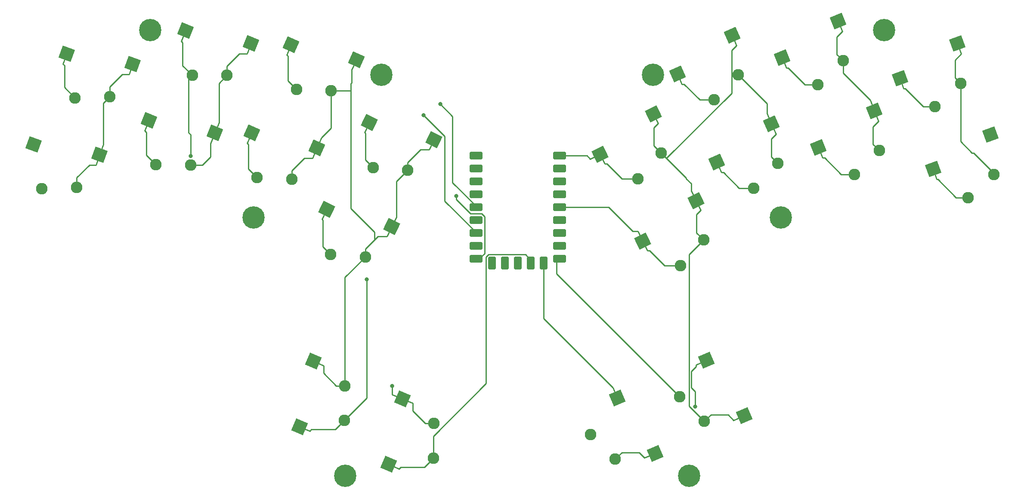
<source format=gbr>
%TF.GenerationSoftware,KiCad,Pcbnew,9.0.0*%
%TF.CreationDate,2025-02-21T22:11:59+01:00*%
%TF.ProjectId,chouchou_mx,63686f75-6368-46f7-955f-6d782e6b6963,v1.0.0*%
%TF.SameCoordinates,Original*%
%TF.FileFunction,Copper,L2,Bot*%
%TF.FilePolarity,Positive*%
%FSLAX46Y46*%
G04 Gerber Fmt 4.6, Leading zero omitted, Abs format (unit mm)*
G04 Created by KiCad (PCBNEW 9.0.0) date 2025-02-21 22:11:59*
%MOMM*%
%LPD*%
G01*
G04 APERTURE LIST*
G04 Aperture macros list*
%AMRoundRect*
0 Rectangle with rounded corners*
0 $1 Rounding radius*
0 $2 $3 $4 $5 $6 $7 $8 $9 X,Y pos of 4 corners*
0 Add a 4 corners polygon primitive as box body*
4,1,4,$2,$3,$4,$5,$6,$7,$8,$9,$2,$3,0*
0 Add four circle primitives for the rounded corners*
1,1,$1+$1,$2,$3*
1,1,$1+$1,$4,$5*
1,1,$1+$1,$6,$7*
1,1,$1+$1,$8,$9*
0 Add four rect primitives between the rounded corners*
20,1,$1+$1,$2,$3,$4,$5,0*
20,1,$1+$1,$4,$5,$6,$7,0*
20,1,$1+$1,$6,$7,$8,$9,0*
20,1,$1+$1,$8,$9,$2,$3,0*%
%AMRotRect*
0 Rectangle, with rotation*
0 The origin of the aperture is its center*
0 $1 length*
0 $2 width*
0 $3 Rotation angle, in degrees counterclockwise*
0 Add horizontal line*
21,1,$1,$2,0,0,$3*%
G04 Aperture macros list end*
%TA.AperFunction,SMDPad,CuDef*%
%ADD10RotRect,2.550000X2.500000X24.000000*%
%TD*%
%TA.AperFunction,ComponentPad*%
%ADD11C,0.700000*%
%TD*%
%TA.AperFunction,ComponentPad*%
%ADD12C,4.400000*%
%TD*%
%TA.AperFunction,SMDPad,CuDef*%
%ADD13RotRect,2.550000X2.500000X22.000000*%
%TD*%
%TA.AperFunction,SMDPad,CuDef*%
%ADD14RotRect,2.550000X2.500000X67.000000*%
%TD*%
%TA.AperFunction,SMDPad,CuDef*%
%ADD15RotRect,2.550000X2.500000X336.000000*%
%TD*%
%TA.AperFunction,ComponentPad*%
%ADD16C,2.286000*%
%TD*%
%TA.AperFunction,SMDPad,CuDef*%
%ADD17RotRect,2.550000X2.500000X334.000000*%
%TD*%
%TA.AperFunction,SMDPad,CuDef*%
%ADD18RotRect,2.550000X2.500000X26.000000*%
%TD*%
%TA.AperFunction,SMDPad,CuDef*%
%ADD19RotRect,2.550000X2.500000X340.000000*%
%TD*%
%TA.AperFunction,SMDPad,CuDef*%
%ADD20RotRect,2.550000X2.500000X293.000000*%
%TD*%
%TA.AperFunction,SMDPad,CuDef*%
%ADD21RotRect,2.550000X2.500000X338.000000*%
%TD*%
%TA.AperFunction,SMDPad,CuDef*%
%ADD22RotRect,2.550000X2.500000X20.000000*%
%TD*%
%TA.AperFunction,ComponentPad*%
%ADD23RoundRect,0.400000X-0.900000X-0.400000X0.900000X-0.400000X0.900000X0.400000X-0.900000X0.400000X0*%
%TD*%
%TA.AperFunction,ComponentPad*%
%ADD24RoundRect,0.400050X-0.899950X-0.400050X0.899950X-0.400050X0.899950X0.400050X-0.899950X0.400050X0*%
%TD*%
%TA.AperFunction,ComponentPad*%
%ADD25RoundRect,0.400000X-0.400000X-0.900000X0.400000X-0.900000X0.400000X0.900000X-0.400000X0.900000X0*%
%TD*%
%TA.AperFunction,ComponentPad*%
%ADD26RoundRect,0.393700X-0.393700X-0.906300X0.393700X-0.906300X0.393700X0.906300X-0.393700X0.906300X0*%
%TD*%
%TA.AperFunction,ViaPad*%
%ADD27C,0.800000*%
%TD*%
%TA.AperFunction,Conductor*%
%ADD28C,0.250000*%
%TD*%
G04 APERTURE END LIST*
D10*
%TO.P,S16,1*%
%TO.N,GP1*%
X157456119Y-117892824D03*
%TO.P,S16,2*%
%TO.N,GND*%
X168232410Y-110314534D03*
%TD*%
D11*
%TO.P,_1,1*%
%TO.N,N/C*%
X52217707Y-108684567D03*
X53070880Y-107753492D03*
X52272792Y-109946220D03*
X54332533Y-107698407D03*
D12*
X53768200Y-109248900D03*
D11*
X53203867Y-110799393D03*
X55263608Y-108551580D03*
X54465520Y-110744308D03*
X55318693Y-109813233D03*
%TD*%
D13*
%TO.P,S13,1*%
%TO.N,GP6*%
X185188902Y-132345941D03*
%TO.P,S13,2*%
%TO.N,GND*%
X196223107Y-125148354D03*
%TD*%
D14*
%TO.P,S9,1*%
%TO.N,GP11*%
X83143988Y-187372220D03*
%TO.P,S9,2*%
%TO.N,GND*%
X85856888Y-174480397D03*
%TD*%
D15*
%TO.P,S6,1*%
%TO.N,GP28*%
X81480242Y-112129365D03*
%TO.P,S6,2*%
%TO.N,GND*%
X94322755Y-115066845D03*
%TD*%
D16*
%TO.P,S22,1*%
%TO.N,GP26*%
X38993717Y-122606307D03*
%TO.P,S22,2*%
%TO.N,GND*%
X45829498Y-122391316D03*
%TD*%
D17*
%TO.P,S8,1*%
%TO.N,GP29*%
X96873607Y-127483804D03*
%TO.P,S8,2*%
%TO.N,GND*%
X109605780Y-130867690D03*
%TD*%
D18*
%TO.P,S17,1*%
%TO.N,GP4*%
X150622681Y-150817523D03*
%TO.P,S17,2*%
%TO.N,GND*%
X161127929Y-142867762D03*
%TD*%
D10*
%TO.P,S15,1*%
%TO.N,GP5*%
X165204419Y-135295924D03*
%TO.P,S15,2*%
%TO.N,GND*%
X175980710Y-127717634D03*
%TD*%
D16*
%TO.P,S39,1*%
%TO.N,GP8*%
X157962178Y-181489732D03*
%TO.P,S39,2*%
%TO.N,GND*%
X162781403Y-186342481D03*
%TD*%
%TO.P,S35,1*%
%TO.N,GP5*%
X172455817Y-140408522D03*
%TO.P,S35,2*%
%TO.N,GND*%
X177223719Y-135505339D03*
%TD*%
D11*
%TO.P,_4,1*%
%TO.N,N/C*%
X176297050Y-146847815D03*
X176263993Y-145585393D03*
X177213093Y-147717107D03*
X177133285Y-144669350D03*
D12*
X177804400Y-146176700D03*
D11*
X178475515Y-147684050D03*
X178395707Y-144636293D03*
X179344807Y-146768007D03*
X179311750Y-145505585D03*
%TD*%
D16*
%TO.P,S36,1*%
%TO.N,GP1*%
X164707517Y-123005422D03*
%TO.P,S36,2*%
%TO.N,GND*%
X169475419Y-118102239D03*
%TD*%
%TO.P,S25,1*%
%TO.N,GP14*%
X74784572Y-138342300D03*
%TO.P,S25,2*%
%TO.N,GND*%
X81618697Y-138604672D03*
%TD*%
%TO.P,S33,1*%
%TO.N,GP6*%
X192257455Y-137708495D03*
%TO.P,S33,2*%
%TO.N,GND*%
X197193571Y-132974696D03*
%TD*%
D19*
%TO.P,S2,1*%
%TO.N,GP26*%
X37329009Y-113891368D03*
%TO.P,S2,2*%
%TO.N,GND*%
X50345147Y-115925843D03*
%TD*%
D11*
%TO.P,_5,1*%
%TO.N,N/C*%
X97748990Y-117385588D03*
X97671895Y-118646086D03*
X98694814Y-116548795D03*
X99955312Y-116625890D03*
D12*
X99232000Y-118108900D03*
D11*
X98508688Y-119591910D03*
X99769186Y-119669005D03*
X100792105Y-117571714D03*
X100715010Y-118832212D03*
%TD*%
D19*
%TO.P,S1,1*%
%TO.N,GP12*%
X30813509Y-131792468D03*
%TO.P,S1,2*%
%TO.N,GND*%
X43829647Y-133826943D03*
%TD*%
D20*
%TO.P,S19,1*%
%TO.N,GP8*%
X163200552Y-174328666D03*
%TO.P,S19,2*%
%TO.N,GND*%
X170589616Y-185235575D03*
%TD*%
D16*
%TO.P,S29,1*%
%TO.N,GP11*%
X91934108Y-186165896D03*
%TO.P,S29,2*%
%TO.N,GND*%
X92077168Y-179328234D03*
%TD*%
D21*
%TO.P,S3,1*%
%TO.N,GP13*%
X53554103Y-127037765D03*
%TO.P,S3,2*%
%TO.N,GND*%
X66491310Y-129525258D03*
%TD*%
D16*
%TO.P,S24,1*%
%TO.N,GP27*%
X62049952Y-118142693D03*
%TO.P,S24,2*%
%TO.N,GND*%
X68889070Y-118166398D03*
%TD*%
%TO.P,S34,1*%
%TO.N,GP2*%
X185121155Y-120045695D03*
%TO.P,S34,2*%
%TO.N,GND*%
X190057271Y-115311896D03*
%TD*%
%TO.P,S21,1*%
%TO.N,GP12*%
X32478217Y-140507407D03*
%TO.P,S21,2*%
%TO.N,GND*%
X39313998Y-140292416D03*
%TD*%
%TO.P,S26,1*%
%TO.N,GP28*%
X82532972Y-120939200D03*
%TO.P,S26,2*%
%TO.N,GND*%
X89367097Y-121201572D03*
%TD*%
D22*
%TO.P,S12,1*%
%TO.N,GP3*%
X201236748Y-118737793D03*
%TO.P,S12,2*%
%TO.N,GND*%
X212515422Y-111929680D03*
%TD*%
D16*
%TO.P,S31,1*%
%TO.N,GP7*%
X214629343Y-142244870D03*
%TO.P,S31,2*%
%TO.N,GND*%
X219727660Y-137686223D03*
%TD*%
D14*
%TO.P,S10,1*%
%TO.N,GP10*%
X100679688Y-194815620D03*
%TO.P,S10,2*%
%TO.N,GND*%
X103392588Y-181923797D03*
%TD*%
D23*
%TO.P,RP2040Zero1,1*%
%TO.N,GP0*%
X134320600Y-134012600D03*
X134320600Y-134012600D03*
%TO.P,RP2040Zero1,2*%
%TO.N,GP1*%
X134320600Y-136552600D03*
X134320600Y-136552600D03*
%TO.P,RP2040Zero1,3*%
%TO.N,GP2*%
X134320600Y-139092600D03*
X134320600Y-139092600D03*
%TO.P,RP2040Zero1,4*%
%TO.N,GP3*%
X134320600Y-141632600D03*
X134320600Y-141632600D03*
%TO.P,RP2040Zero1,5*%
%TO.N,GP4*%
X134320600Y-144172600D03*
X134320600Y-144172600D03*
D24*
%TO.P,RP2040Zero1,6*%
%TO.N,GP5*%
X134320600Y-146712600D03*
X134320600Y-146712600D03*
%TO.P,RP2040Zero1,7*%
%TO.N,GP6*%
X134320600Y-149252600D03*
X134320600Y-149252600D03*
%TO.P,RP2040Zero1,8*%
%TO.N,GP7*%
X134320600Y-151792600D03*
X134320600Y-151792600D03*
%TO.P,RP2040Zero1,9*%
%TO.N,GP8*%
X134320600Y-154332600D03*
X134320600Y-154332600D03*
D25*
%TO.P,RP2040Zero1,10*%
%TO.N,GP9*%
X131180600Y-155142600D03*
X131180600Y-155142600D03*
D26*
%TO.P,RP2040Zero1,11*%
%TO.N,GP10*%
X128640600Y-155142600D03*
X128640600Y-155142600D03*
%TO.P,RP2040Zero1,12*%
%TO.N,GP11*%
X126100600Y-155142600D03*
X126100600Y-155142600D03*
%TO.P,RP2040Zero1,13*%
%TO.N,GP12*%
X123560600Y-155142600D03*
X123560600Y-155142600D03*
%TO.P,RP2040Zero1,14*%
%TO.N,GP13*%
X121020600Y-155142600D03*
X121020600Y-155142600D03*
D24*
%TO.P,RP2040Zero1,15*%
%TO.N,GP14*%
X117880600Y-154332600D03*
X117880600Y-154332600D03*
%TO.P,RP2040Zero1,16*%
%TO.N,GP15*%
X117880600Y-151792600D03*
X117880600Y-151792600D03*
%TO.P,RP2040Zero1,17*%
%TO.N,GP26*%
X117880600Y-149252600D03*
X117880600Y-149252600D03*
%TO.P,RP2040Zero1,18*%
%TO.N,GP27*%
X117880600Y-146712600D03*
X117880600Y-146712600D03*
%TO.P,RP2040Zero1,19*%
%TO.N,P5V*%
X117880600Y-134012600D03*
X117880600Y-134012600D03*
%TO.P,RP2040Zero1,20*%
%TO.N,GND*%
X117880600Y-136552600D03*
X117880600Y-136552600D03*
%TO.P,RP2040Zero1,21*%
%TO.N,P3V3*%
X117880600Y-139092600D03*
X117880600Y-139092600D03*
%TO.P,RP2040Zero1,22*%
%TO.N,GP28*%
X117880600Y-144172600D03*
X117880600Y-144172600D03*
%TO.P,RP2040Zero1,23*%
%TO.N,GP29*%
X117880600Y-141632600D03*
X117880600Y-141632600D03*
%TD*%
D16*
%TO.P,S30,1*%
%TO.N,GP10*%
X109469808Y-193609296D03*
%TO.P,S30,2*%
%TO.N,GND*%
X109612868Y-186771634D03*
%TD*%
D11*
%TO.P,_7,1*%
%TO.N,N/C*%
X91479594Y-198612733D03*
X90594447Y-197712001D03*
X92742401Y-198623753D03*
X90605467Y-196449194D03*
D12*
X92124300Y-197093900D03*
D11*
X93643133Y-197738606D03*
X91506199Y-195564047D03*
X93654153Y-196475799D03*
X92769006Y-195575067D03*
%TD*%
%TO.P,_3,1*%
%TO.N,N/C*%
X72569450Y-145505585D03*
X73485493Y-144636293D03*
X72536393Y-146768007D03*
X74747915Y-144669350D03*
D12*
X74076800Y-146176700D03*
D11*
X73405685Y-147684050D03*
X75617207Y-145585393D03*
X74668107Y-147717107D03*
X75584150Y-146847815D03*
%TD*%
%TO.P,_6,1*%
%TO.N,N/C*%
X151166190Y-118832212D03*
X151089095Y-117571714D03*
X152112014Y-119669005D03*
X151925888Y-116625890D03*
D12*
X152649200Y-118108900D03*
D11*
X153372512Y-119591910D03*
X153186386Y-116548795D03*
X154209305Y-118646086D03*
X154132210Y-117385588D03*
%TD*%
D16*
%TO.P,S27,1*%
%TO.N,GP15*%
X89267238Y-153447011D03*
%TO.P,S27,2*%
%TO.N,GND*%
X96088043Y-153947731D03*
%TD*%
%TO.P,S37,1*%
%TO.N,GP4*%
X158048089Y-155673936D03*
%TO.P,S37,2*%
%TO.N,GND*%
X162641968Y-150607343D03*
%TD*%
%TO.P,S28,1*%
%TO.N,GP29*%
X97618238Y-136325011D03*
%TO.P,S28,2*%
%TO.N,GND*%
X104439043Y-136825731D03*
%TD*%
%TO.P,S38,1*%
%TO.N,GP0*%
X149697089Y-138551936D03*
%TO.P,S38,2*%
%TO.N,GND*%
X154290968Y-133485343D03*
%TD*%
%TO.P,S40,1*%
%TO.N,GP9*%
X140426578Y-188933132D03*
%TO.P,S40,2*%
%TO.N,GND*%
X145245803Y-193785881D03*
%TD*%
%TO.P,S32,1*%
%TO.N,GP3*%
X208113843Y-124343770D03*
%TO.P,S32,2*%
%TO.N,GND*%
X213212160Y-119785123D03*
%TD*%
D15*
%TO.P,S5,1*%
%TO.N,GP14*%
X73731842Y-129532465D03*
%TO.P,S5,2*%
%TO.N,GND*%
X86574355Y-132469945D03*
%TD*%
D21*
%TO.P,S4,1*%
%TO.N,GP27*%
X60690403Y-109374965D03*
%TO.P,S4,2*%
%TO.N,GND*%
X73627610Y-111862458D03*
%TD*%
D17*
%TO.P,S7,1*%
%TO.N,GP15*%
X88522607Y-144605804D03*
%TO.P,S7,2*%
%TO.N,GND*%
X101254780Y-147989690D03*
%TD*%
D18*
%TO.P,S18,1*%
%TO.N,GP0*%
X142271681Y-133695523D03*
%TO.P,S18,2*%
%TO.N,GND*%
X152776929Y-125745762D03*
%TD*%
D11*
%TO.P,_2,1*%
%TO.N,N/C*%
X196562507Y-109813233D03*
X196617592Y-108551580D03*
X197415680Y-110744308D03*
X197548667Y-107698407D03*
D12*
X198113000Y-109248900D03*
D11*
X198677333Y-110799393D03*
X198810320Y-107753492D03*
X199608408Y-109946220D03*
X199663493Y-108684567D03*
%TD*%
%TO.P,_8,1*%
%TO.N,N/C*%
X159112194Y-195575067D03*
X160375001Y-195564047D03*
X158227047Y-196475799D03*
X161275733Y-196449194D03*
D12*
X159756900Y-197093900D03*
D11*
X158238067Y-197738606D03*
X161286753Y-197712001D03*
X159138799Y-198623753D03*
X160401606Y-198612733D03*
%TD*%
D16*
%TO.P,S23,1*%
%TO.N,GP13*%
X54913652Y-135805493D03*
%TO.P,S23,2*%
%TO.N,GND*%
X61752770Y-135829198D03*
%TD*%
D22*
%TO.P,S11,1*%
%TO.N,GP7*%
X207752248Y-136638893D03*
%TO.P,S11,2*%
%TO.N,GND*%
X219030922Y-129830780D03*
%TD*%
D13*
%TO.P,S14,1*%
%TO.N,GP2*%
X178052602Y-114683141D03*
%TO.P,S14,2*%
%TO.N,GND*%
X189086807Y-107485554D03*
%TD*%
D20*
%TO.P,S20,1*%
%TO.N,GP9*%
X145664952Y-181772066D03*
%TO.P,S20,2*%
%TO.N,GND*%
X153054016Y-192678975D03*
%TD*%
D27*
%TO.N,GND*%
X101345500Y-179328200D03*
%TO.N,GP26*%
X107556700Y-126049200D03*
%TO.N,GP27*%
X61746500Y-134060500D03*
%TO.N,GP14*%
X113974900Y-141976000D03*
%TO.N,GP28*%
X110815700Y-123845900D03*
%TO.N,GP11*%
X96354600Y-158345000D03*
%TO.N,GP8*%
X160952000Y-183470700D03*
%TD*%
D28*
%TO.N,GND*%
X154291000Y-133485300D02*
X155327800Y-134522100D01*
X71347200Y-113924500D02*
X68889100Y-116382600D01*
X159206200Y-138400500D02*
X159206200Y-138537900D01*
X86574400Y-132469900D02*
X85683000Y-134472000D01*
X50345100Y-115925800D02*
X49606500Y-117955300D01*
X93193200Y-144385300D02*
X93193200Y-121201600D01*
X68889100Y-116382600D02*
X68889100Y-118166400D01*
X149957600Y-192498500D02*
X151007000Y-193547900D01*
X49606500Y-117955300D02*
X48315600Y-117955300D01*
X97852400Y-150612800D02*
X97852400Y-149044500D01*
X175921900Y-134203500D02*
X175921900Y-130669900D01*
X109605800Y-130867700D02*
X108672800Y-132780500D01*
X152867700Y-128500800D02*
X152867700Y-132062000D01*
X155327800Y-134522100D02*
X168173600Y-121676300D01*
X188840200Y-110627200D02*
X188840200Y-114094800D01*
X196223100Y-125148400D02*
X197056200Y-127210400D01*
X43829600Y-133826900D02*
X43091000Y-135856400D01*
X39314000Y-140292400D02*
X39314000Y-138342500D01*
X96088000Y-152377200D02*
X96088000Y-153947700D01*
X90371300Y-179328200D02*
X92077200Y-179328200D01*
X175980700Y-127717600D02*
X175089400Y-125715500D01*
X85856900Y-174480400D02*
X87904000Y-175349300D01*
X98562700Y-149902500D02*
X97852400Y-150612800D01*
X168173600Y-113266800D02*
X169123800Y-112316600D01*
X100321800Y-149902500D02*
X98562700Y-149902500D01*
X160195000Y-140954900D02*
X160194900Y-140955000D01*
X102187700Y-146076800D02*
X102187800Y-146076900D01*
X101254800Y-147989700D02*
X102187800Y-146076900D01*
X73627600Y-111862500D02*
X72794500Y-113924500D01*
X64029400Y-135829200D02*
X65658300Y-134200300D01*
X68889100Y-118166400D02*
X67324300Y-119731200D01*
X89367100Y-121201600D02*
X93193200Y-121201600D01*
X93193200Y-119808900D02*
X93431500Y-119570600D01*
X97852400Y-150612800D02*
X96088000Y-152377200D01*
X153054000Y-192679000D02*
X151007000Y-193547900D01*
X67324300Y-127463300D02*
X67324400Y-127463300D01*
X39314000Y-138342500D02*
X41800100Y-135856400D01*
X168173600Y-121676300D02*
X168173600Y-118102200D01*
X169475400Y-118102200D02*
X175089400Y-123716200D01*
X170589600Y-185235600D02*
X168542600Y-186104500D01*
X159206200Y-138537900D02*
X160195000Y-139526700D01*
X89367100Y-121201600D02*
X89367100Y-128566500D01*
X195976500Y-128290000D02*
X197056100Y-127210400D01*
X84073200Y-134472000D02*
X85683000Y-134472000D01*
X104439000Y-135298800D02*
X104439000Y-136825700D01*
X87904000Y-176860900D02*
X90371300Y-179328200D01*
X190057300Y-117753700D02*
X195390000Y-123086400D01*
X152867700Y-132062000D02*
X154291000Y-133485300D01*
X45829500Y-122391300D02*
X44568100Y-123652700D01*
X94322800Y-115066800D02*
X93431400Y-117068900D01*
X162642000Y-150607300D02*
X161218700Y-149184000D01*
X97852400Y-149044500D02*
X93193200Y-144385300D01*
X81618700Y-138604700D02*
X81618700Y-136926500D01*
X81618700Y-136926500D02*
X84073200Y-134472000D01*
X195976500Y-131757600D02*
X195976500Y-128290000D01*
X67324300Y-119731200D02*
X67324300Y-127463300D01*
X159749500Y-183310600D02*
X162781400Y-186342500D01*
X93431500Y-119570600D02*
X93431500Y-117069000D01*
X167493200Y-185055100D02*
X168542600Y-186104500D01*
X197056100Y-127210400D02*
X197056200Y-127210400D01*
X161127900Y-142867800D02*
X162060900Y-144780600D01*
X196223100Y-125148400D02*
X195390000Y-123086400D01*
X145245800Y-193785900D02*
X146533200Y-192498500D01*
X108672800Y-132780500D02*
X106957300Y-132780500D01*
X175980700Y-127717600D02*
X176872100Y-129719700D01*
X168232400Y-110314500D02*
X169123800Y-112316600D01*
X103392600Y-181923800D02*
X105439700Y-182792700D01*
X96088000Y-153947700D02*
X92077200Y-157958500D01*
X89367100Y-128566500D02*
X87465700Y-130467900D01*
X175089400Y-123716200D02*
X175089400Y-125715500D01*
X41800100Y-135856400D02*
X43091000Y-135856400D01*
X93193200Y-121201600D02*
X93193200Y-119808900D01*
X168173600Y-118102200D02*
X168173600Y-113266800D01*
X164068800Y-185055100D02*
X167493200Y-185055100D01*
X189919900Y-109547600D02*
X189919800Y-109547600D01*
X44568100Y-131797500D02*
X44568200Y-131797500D01*
X159749500Y-153499800D02*
X159749500Y-183310600D01*
X93431500Y-117069000D02*
X93431400Y-117068900D01*
X169475400Y-118102200D02*
X168173600Y-118102200D01*
X215436500Y-133443600D02*
X213212200Y-131219300D01*
X190057300Y-115311900D02*
X190057300Y-117753700D01*
X189086800Y-107485600D02*
X189919900Y-109547600D01*
X103392600Y-181923800D02*
X101345400Y-181054900D01*
X44568100Y-123652700D02*
X44568100Y-131797500D01*
X212515400Y-111929700D02*
X213254000Y-113959200D01*
X105439700Y-184317600D02*
X105439700Y-182792700D01*
X161218700Y-145622800D02*
X162060900Y-144780600D01*
X213212200Y-119785100D02*
X212065800Y-118638700D01*
X213212200Y-131219300D02*
X213212200Y-119785100D01*
X92077200Y-157958500D02*
X92077200Y-179328200D01*
X146533200Y-192498500D02*
X149957600Y-192498500D01*
X219727700Y-137686200D02*
X219727700Y-137416000D01*
X109612900Y-186771600D02*
X107893700Y-186771600D01*
X72794500Y-113924500D02*
X71347200Y-113924500D01*
X66491300Y-129525300D02*
X65658200Y-131587300D01*
X102187700Y-139077000D02*
X102187700Y-146076800D01*
X177223700Y-135505300D02*
X175921900Y-134203500D01*
X162781400Y-186342500D02*
X164068800Y-185055100D01*
X45829500Y-120441400D02*
X45829500Y-122391300D01*
X152776900Y-125745800D02*
X153709900Y-127658600D01*
X101254800Y-147989700D02*
X100321800Y-149902500D01*
X61752800Y-135829200D02*
X64029400Y-135829200D01*
X161127900Y-142867800D02*
X160194900Y-140955000D01*
X212065800Y-115147400D02*
X213254000Y-113959200D01*
X188840200Y-114094800D02*
X190057300Y-115311900D01*
X160195000Y-139526700D02*
X160195000Y-140954900D01*
X65658300Y-134200300D02*
X65658300Y-131587300D01*
X175921900Y-130669900D02*
X176872100Y-129719700D01*
X153709900Y-127658600D02*
X152867700Y-128500800D01*
X189919800Y-109547600D02*
X188840200Y-110627200D01*
X43829600Y-133826900D02*
X44568200Y-131797500D01*
X48315600Y-117955300D02*
X45829500Y-120441400D01*
X66491300Y-129525300D02*
X67324400Y-127463300D01*
X212065800Y-118638700D02*
X212065800Y-115147400D01*
X65658300Y-131587300D02*
X65658200Y-131587300D01*
X161218700Y-149184000D02*
X161218700Y-145622800D01*
X86574400Y-132469900D02*
X87465700Y-130467900D01*
X87904000Y-175349300D02*
X87904000Y-176860900D01*
X106957300Y-132780500D02*
X104439000Y-135298800D01*
X104439000Y-136825700D02*
X102187700Y-139077000D01*
X219727700Y-137416000D02*
X215755300Y-133443600D01*
X101345400Y-181054900D02*
X101345500Y-181054800D01*
X101345500Y-181054800D02*
X101345500Y-179328200D01*
X155327800Y-134522100D02*
X159206200Y-138400500D01*
X215755300Y-133443600D02*
X215436500Y-133443600D01*
X197193600Y-132974700D02*
X195976500Y-131757600D01*
X162642000Y-150607300D02*
X159749500Y-153499800D01*
X107893700Y-186771600D02*
X105439700Y-184317600D01*
%TO.N,GP26*%
X38993700Y-122606300D02*
X36893900Y-120506500D01*
X36893900Y-116224400D02*
X36590400Y-115920900D01*
X36893900Y-120506500D02*
X36893900Y-116224400D01*
X111723600Y-142923800D02*
X111723600Y-130216100D01*
X111723600Y-130216100D02*
X107556700Y-126049200D01*
X37329000Y-113891400D02*
X36590400Y-115920900D01*
X118480600Y-149252600D02*
X118052400Y-149252600D01*
X118052400Y-149252600D02*
X111723600Y-142923800D01*
%TO.N,GP13*%
X53029100Y-133920900D02*
X53029100Y-129407800D01*
X53029100Y-129407800D02*
X52721100Y-129099800D01*
X53554100Y-127037800D02*
X52721000Y-129099800D01*
X52721100Y-129099800D02*
X52721000Y-129099800D01*
X54913700Y-135805500D02*
X53029100Y-133920900D01*
%TO.N,GP27*%
X62050000Y-118142700D02*
X61352900Y-118839800D01*
X61746500Y-129869800D02*
X61746500Y-134060500D01*
X60165400Y-111745000D02*
X59857400Y-111437000D01*
X60165400Y-116258100D02*
X60165400Y-111745000D01*
X61352900Y-129476200D02*
X61746500Y-129869800D01*
X60690400Y-109375000D02*
X59857300Y-111437000D01*
X62050000Y-118142700D02*
X60165400Y-116258100D01*
X61352900Y-118839800D02*
X61352900Y-129476200D01*
X59857400Y-111437000D02*
X59857300Y-111437000D01*
%TO.N,GP14*%
X73090600Y-131784600D02*
X72840500Y-131534500D01*
X73090600Y-136648300D02*
X73090600Y-131784600D01*
X118480600Y-154332600D02*
X119527100Y-153286100D01*
X119527100Y-145983200D02*
X118986500Y-145442600D01*
X113974900Y-142644000D02*
X113974900Y-141976000D01*
X73731800Y-129532500D02*
X72840500Y-131534500D01*
X74784600Y-138342300D02*
X73090600Y-136648300D01*
X118986500Y-145442600D02*
X116773500Y-145442600D01*
X116773500Y-145442600D02*
X113974900Y-142644000D01*
X119527100Y-153286100D02*
X119527100Y-145983200D01*
%TO.N,GP28*%
X113251900Y-139337500D02*
X113251900Y-126282100D01*
X118087000Y-144172600D02*
X113251900Y-139337500D01*
X80839000Y-119245200D02*
X80839000Y-114381500D01*
X82533000Y-120939200D02*
X80839000Y-119245200D01*
X118480600Y-144172600D02*
X118087000Y-144172600D01*
X80839000Y-114381500D02*
X80588900Y-114131400D01*
X81480200Y-112129400D02*
X80588900Y-114131400D01*
X113251900Y-126282100D02*
X110815700Y-123845900D01*
%TO.N,GP15*%
X87763200Y-151943000D02*
X87763200Y-146692200D01*
X87763200Y-146692200D02*
X87589600Y-146518600D01*
X88522600Y-144605800D02*
X87589600Y-146518600D01*
X89267200Y-153447000D02*
X87763200Y-151943000D01*
%TO.N,GP29*%
X96114200Y-134821000D02*
X96114200Y-129570200D01*
X97618200Y-136325000D02*
X96114200Y-134821000D01*
X96873600Y-127483800D02*
X95940600Y-129396600D01*
X96114200Y-129570200D02*
X95940600Y-129396600D01*
%TO.N,GP11*%
X96354600Y-181745400D02*
X91934100Y-186165900D01*
X91934100Y-186165900D02*
X90152400Y-187947600D01*
X85484600Y-187947600D02*
X85191100Y-188241100D01*
X83144000Y-187372200D02*
X85191100Y-188241100D01*
X96354600Y-158345000D02*
X96354600Y-181745400D01*
X90152400Y-187947600D02*
X85484600Y-187947600D01*
%TO.N,GP10*%
X128640600Y-154542600D02*
X127567700Y-153469700D01*
X127567700Y-153469700D02*
X120359100Y-153469700D01*
X109469800Y-193609300D02*
X107688400Y-195390700D01*
X120359100Y-153469700D02*
X119857600Y-153971200D01*
X100679700Y-194815600D02*
X102726800Y-195684500D01*
X119857600Y-153971200D02*
X119857600Y-178848100D01*
X119857600Y-178848100D02*
X109469800Y-189235900D01*
X103020600Y-195390700D02*
X102726800Y-195684500D01*
X107688400Y-195390700D02*
X103020600Y-195390700D01*
X109469800Y-189235900D02*
X109469800Y-193609300D01*
%TO.N,GP7*%
X207752200Y-136638900D02*
X208490800Y-138668400D01*
X214629300Y-142244900D02*
X212296600Y-142244900D01*
X212296600Y-142244900D02*
X208720100Y-138668400D01*
X208720100Y-138668400D02*
X208490800Y-138668400D01*
%TO.N,GP3*%
X205873400Y-124343800D02*
X202296900Y-120767300D01*
X202296900Y-120767300D02*
X201975300Y-120767300D01*
X201236700Y-118737800D02*
X201975300Y-120767300D01*
X208113800Y-124343800D02*
X205873400Y-124343800D01*
%TO.N,GP6*%
X186410500Y-134407900D02*
X186022000Y-134407900D01*
X185188900Y-132345900D02*
X186022000Y-134407900D01*
X189711100Y-137708500D02*
X186410500Y-134407900D01*
X192257500Y-137708500D02*
X189711100Y-137708500D01*
%TO.N,GP2*%
X185121200Y-120045700D02*
X182530800Y-120045700D01*
X182530800Y-120045700D02*
X179230200Y-116745100D01*
X178052600Y-114683100D02*
X178885700Y-116745100D01*
X179230200Y-116745100D02*
X178885700Y-116745100D01*
%TO.N,GP5*%
X166525700Y-137298000D02*
X166095800Y-137298000D01*
X169636200Y-140408500D02*
X166525700Y-137298000D01*
X172455800Y-140408500D02*
X169636200Y-140408500D01*
X165204400Y-135295900D02*
X166095800Y-137298000D01*
%TO.N,GP1*%
X158771800Y-119894900D02*
X158347500Y-119894900D01*
X161882300Y-123005400D02*
X158771800Y-119894900D01*
X164707500Y-123005400D02*
X161882300Y-123005400D01*
X157456100Y-117892800D02*
X158347500Y-119894900D01*
%TO.N,GP4*%
X158048100Y-155673900D02*
X154965000Y-155673900D01*
X150622700Y-150817500D02*
X151555700Y-152730300D01*
X154965000Y-155673900D02*
X152021400Y-152730300D01*
X152021400Y-152730300D02*
X151555700Y-152730300D01*
X148710000Y-148904800D02*
X149689700Y-148904800D01*
X143977800Y-144172600D02*
X148710000Y-148904800D01*
X150622700Y-150817500D02*
X149689700Y-148904800D01*
X133720600Y-144172600D02*
X143977800Y-144172600D01*
%TO.N,GP0*%
X142271700Y-133695500D02*
X143204700Y-135608300D01*
X133720600Y-134012600D02*
X139721100Y-134012600D01*
X142271700Y-133695500D02*
X140344200Y-134635700D01*
X143645700Y-135608300D02*
X143204700Y-135608300D01*
X146589300Y-138551900D02*
X143645700Y-135608300D01*
X139721100Y-134012600D02*
X140344200Y-134635700D01*
X149697100Y-138551900D02*
X146589300Y-138551900D01*
%TO.N,GP8*%
X160952000Y-183470700D02*
X160952000Y-180455800D01*
X160201200Y-176523200D02*
X161153500Y-175570900D01*
X160952000Y-180455800D02*
X160201200Y-179705000D01*
X133720600Y-157248100D02*
X157962200Y-181489700D01*
X161153500Y-175570900D02*
X161153500Y-175197600D01*
X160201200Y-179705000D02*
X160201200Y-176523200D01*
X133720600Y-154332600D02*
X133720600Y-157248100D01*
X163200600Y-174328700D02*
X161153500Y-175197600D01*
%TO.N,GP9*%
X131180600Y-166101600D02*
X144790200Y-179711200D01*
X145665000Y-181772100D02*
X144790200Y-179711200D01*
X131180600Y-154542600D02*
X131180600Y-166101600D01*
%TD*%
M02*

</source>
